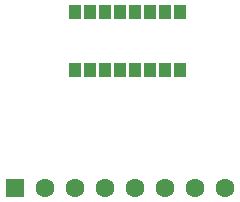
<source format=gts>
G04 Layer: TopSolderMaskLayer*
G04 EasyEDA v6.5.22, 2023-01-10 12:32:39*
G04 b370202723584046b7ae4b0ba92148f9,2e4b97ed0a384ad5b60706015a639cab,10*
G04 Gerber Generator version 0.2*
G04 Scale: 100 percent, Rotated: No, Reflected: No *
G04 Dimensions in millimeters *
G04 leading zeros omitted , absolute positions ,4 integer and 5 decimal *
%FSLAX45Y45*%
%MOMM*%

%AMMACRO1*1,1,$1,$2,$3*1,1,$1,$4,$5*1,1,$1,0-$2,0-$3*1,1,$1,0-$4,0-$5*20,1,$1,$2,$3,$4,$5,0*20,1,$1,$4,$5,0-$2,0-$3,0*20,1,$1,0-$2,0-$3,0-$4,0-$5,0*20,1,$1,0-$4,0-$5,$2,$3,0*4,1,4,$2,$3,$4,$5,0-$2,0-$3,0-$4,0-$5,$2,$3,0*%
%ADD10MACRO1,0.1016X-0.75X0.75X0.75X0.75*%
%ADD11C,1.6016*%
%ADD12MACRO1,0.1X-0.5X0.55X0.5X0.55*%

%LPD*%
D10*
G01*
X381001Y8509000D03*
D11*
G01*
X635000Y8509000D03*
G01*
X889000Y8509000D03*
G01*
X1143000Y8509000D03*
G01*
X1397000Y8509000D03*
G01*
X1651000Y8509000D03*
G01*
X1905000Y8509000D03*
G01*
X2159000Y8509000D03*
D12*
G01*
X1778000Y9998598D03*
G01*
X1651000Y9998598D03*
G01*
X1524000Y9998598D03*
G01*
X1397000Y9998598D03*
G01*
X1270000Y9998598D03*
G01*
X1143000Y9998598D03*
G01*
X1016000Y9998598D03*
G01*
X889000Y9998598D03*
G01*
X889000Y9508601D03*
G01*
X1016000Y9508601D03*
G01*
X1143000Y9508601D03*
G01*
X1270000Y9508601D03*
G01*
X1397000Y9508601D03*
G01*
X1524000Y9508601D03*
G01*
X1651000Y9508601D03*
G01*
X1778000Y9508601D03*
M02*

</source>
